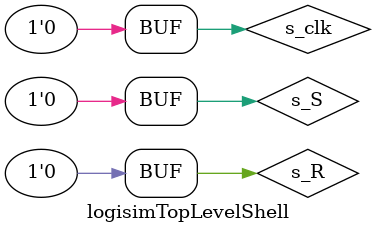
<source format=v>
/******************************************************************************
 ** Logisim-evolution goes FPGA automatic generated Verilog code             **
 ** https://github.com/logisim-evolution/                                    **
 **                                                                          **
 ** Component : logisimTopLevelShell                                         **
 **                                                                          **
 *****************************************************************************/

module logisimTopLevelShell(  );

   /*******************************************************************************
   ** The wires are defined here                                                 **
   *******************************************************************************/
   wire s_Q;
   wire s_Qbar;
   wire s_R;
   wire s_S;
   wire s_clk;
   wire s_mid_Q;

   /*******************************************************************************
   ** The module functionality is described here                                 **
   *******************************************************************************/

   /*******************************************************************************
   ** All signal adaptations are performed here                                  **
   *******************************************************************************/
   assign s_R   = 1'b0;
   assign s_S   = 1'b0;
   assign s_clk = 1'b0;

   /*******************************************************************************
   ** The toplevel component is connected here                                   **
   *******************************************************************************/
   MS_SR_flip_flop   CIRCUIT_0 (.Q(s_Q),
                                .Qbar(s_Qbar),
                                .R(s_R),
                                .S(s_S),
                                .clk(s_clk),
                                .mid_Q(s_mid_Q));
endmodule

</source>
